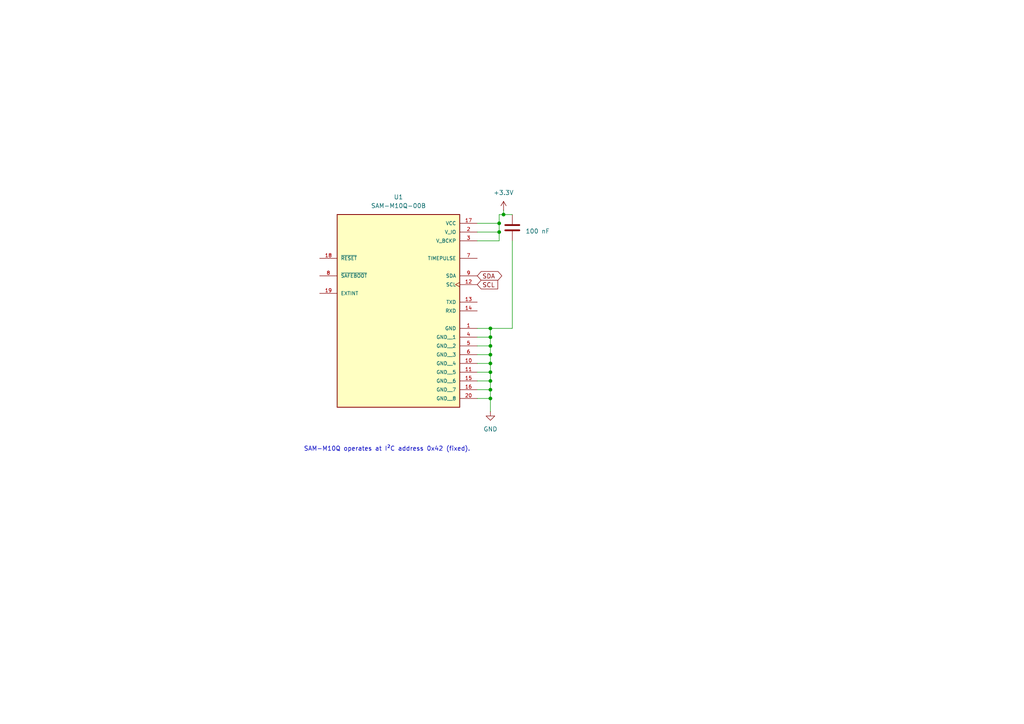
<source format=kicad_sch>
(kicad_sch (version 20250114) (generator "eeschema") (generator_version "9.0")
  (paper "A4")
  (lib_symbols
    (symbol "Device:C" (pin_numbers (hide yes)) (pin_names (offset 0.254))
      (property "Reference" "C" (at 0.635 2.54 0))
      (property "Value" "C" (at 0.635 -2.54 0))
      (symbol "C_0_1"
        (polyline (pts (xy -2.032 0.762) (xy 2.032 0.762)) (stroke (width 0.508)))
        (polyline (pts (xy -2.032 -0.762) (xy 2.032 -0.762)) (stroke (width 0.508)))
      )
      (symbol "C_1_1"
        (pin passive line (at 0 3.81 270) (length 2.794) (name "~") (number "1"))
        (pin passive line (at 0 -3.81 90) (length 2.794) (name "~") (number "2"))
      )
    )
    (symbol "SAM-M10Q-00B:SAM-M10Q-00B" (pin_names (offset 1.016))
      (property "Reference" "U" (at -17.78 18.542 0))
      (property "Value" "SAM-M10Q-00B" (at -17.78 -40.64 0))
      (symbol "SAM-M10Q-00B_0_0"
        (rectangle (start -17.78 -38.1) (end 17.78 17.78) (stroke (width 0.254)) (fill (type background)))
        (pin input line (at -22.86 5.08 0) (length 5.08) (name "~{RESET}") (number "18"))
        (pin input line (at -22.86 0 0) (length 5.08) (name "~{SAFEBOOT}") (number "8"))
        (pin input line (at -22.86 -5.08 0) (length 5.08) (name "EXTINT") (number "19"))
        (pin power_in line (at 22.86 15.24 180) (length 5.08) (name "VCC") (number "17"))
        (pin power_in line (at 22.86 12.7 180) (length 5.08) (name "V_IO") (number "2"))
        (pin power_in line (at 22.86 10.16 180) (length 5.08) (name "V_BCKP") (number "3"))
        (pin output line (at 22.86 5.08 180) (length 5.08) (name "TIMEPULSE") (number "7"))
        (pin bidirectional line (at 22.86 0 180) (length 5.08) (name "SDA") (number "9"))
        (pin input clock (at 22.86 -2.54 180) (length 5.08) (name "SCL") (number "12"))
        (pin output line (at 22.86 -7.62 180) (length 5.08) (name "TXD") (number "13"))
        (pin input line (at 22.86 -10.16 180) (length 5.08) (name "RXD") (number "14"))
        (pin power_in line (at 22.86 -15.24 180) (length 5.08) (name "GND") (number "1"))
        (pin power_in line (at 22.86 -17.78 180) (length 5.08) (name "GND__1") (number "4"))
        (pin power_in line (at 22.86 -20.32 180) (length 5.08) (name "GND__2") (number "5"))
        (pin power_in line (at 22.86 -22.86 180) (length 5.08) (name "GND__3") (number "6"))
        (pin power_in line (at 22.86 -25.4 180) (length 5.08) (name "GND__4") (number "10"))
        (pin power_in line (at 22.86 -27.94 180) (length 5.08) (name "GND__5") (number "11"))
        (pin power_in line (at 22.86 -30.48 180) (length 5.08) (name "GND__6") (number "15"))
        (pin power_in line (at 22.86 -33.02 180) (length 5.08) (name "GND__7") (number "16"))
        (pin power_in line (at 22.86 -35.56 180) (length 5.08) (name "GND__8") (number "20"))
      )
    )
    (symbol "power:+3.3V" (power) (pin_numbers (hide yes)) (pin_names (offset 0) (hide yes))
      (property "Value" "+3.3V" (at 0 3.556 0))
      (symbol "+3.3V_0_1"
        (polyline (pts (xy -0.762 1.27) (xy 0 2.54)))
        (polyline (pts (xy 0 2.54) (xy 0.762 1.27)))
        (polyline (pts (xy 0 0) (xy 0 2.54)))
      )
      (symbol "+3.3V_1_1"
        (pin power_in line (at 0 0 90) (length 0) (name "~") (number "1"))
      )
    )
    (symbol "power:GND" (power) (pin_numbers (hide yes)) (pin_names (offset 0) (hide yes))
      (property "Value" "GND" (at 0 -3.81 0))
      (symbol "GND_0_1"
        (polyline (pts (xy 0 0) (xy 0 -1.27) (xy 1.27 -1.27) (xy 0 -2.54) (xy -1.27 -1.27) (xy 0 -1.27)))
      )
      (symbol "GND_1_1"
        (pin power_in line (at 0 0 270) (length 0) (name "~") (number "1"))
      )
    )
  )
  (text "SAM-M10Q operates at I²C address 0x42 (fixed)." (at 112.268 130.302 0) (effects (font (size 1.27 1.27))))
  (junction (at 142.24 97.79))
  (junction (at 142.24 100.33))
  (junction (at 142.24 113.03))
  (junction (at 142.24 115.57))
  (junction (at 142.24 105.41))
  (junction (at 146.05 62.23))
  (junction (at 142.24 107.95))
  (junction (at 142.24 102.87))
  (junction (at 142.24 95.25))
  (junction (at 144.78 64.77))
  (junction (at 142.24 110.49))
  (junction (at 144.78 67.31))
  (wire (pts (xy 142.24 105.41) (xy 142.24 107.95)))
  (wire (pts (xy 138.43 95.25) (xy 142.24 95.25)))
  (wire (pts (xy 138.43 113.03) (xy 142.24 113.03)))
  (wire (pts (xy 144.78 69.85) (xy 138.43 69.85)))
  (wire (pts (xy 142.24 102.87) (xy 142.24 105.41)))
  (wire (pts (xy 144.78 67.31) (xy 144.78 69.85)))
  (wire (pts (xy 142.24 95.25) (xy 142.24 97.79)))
  (wire (pts (xy 138.43 102.87) (xy 142.24 102.87)))
  (wire (pts (xy 144.78 62.23) (xy 144.78 64.77)))
  (wire (pts (xy 138.43 107.95) (xy 142.24 107.95)))
  (wire (pts (xy 142.24 113.03) (xy 142.24 115.57)))
  (wire (pts (xy 142.24 115.57) (xy 138.43 115.57)))
  (wire (pts (xy 142.24 107.95) (xy 142.24 110.49)))
  (wire (pts (xy 138.43 97.79) (xy 142.24 97.79)))
  (wire (pts (xy 146.05 62.23) (xy 148.59 62.23)))
  (wire (pts (xy 142.24 119.38) (xy 142.24 115.57)))
  (wire (pts (xy 144.78 67.31) (xy 144.78 64.77)))
  (wire (pts (xy 138.43 105.41) (xy 142.24 105.41)))
  (wire (pts (xy 138.43 67.31) (xy 144.78 67.31)))
  (wire (pts (xy 148.59 69.85) (xy 148.59 95.25)))
  (wire (pts (xy 138.43 64.77) (xy 144.78 64.77)))
  (wire (pts (xy 142.24 110.49) (xy 142.24 113.03)))
  (wire (pts (xy 148.59 95.25) (xy 142.24 95.25)))
  (wire (pts (xy 138.43 110.49) (xy 142.24 110.49)))
  (wire (pts (xy 142.24 97.79) (xy 142.24 100.33)))
  (wire (pts (xy 146.05 60.96) (xy 146.05 62.23)))
  (wire (pts (xy 138.43 100.33) (xy 142.24 100.33)))
  (wire (pts (xy 142.24 100.33) (xy 142.24 102.87)))
  (wire (pts (xy 144.78 62.23) (xy 146.05 62.23)))
  (global_label "SCL" (shape input) (at 138.43 82.55 0) (property "Intersheetrefs" "${INTERSHEET_REFS}" (effects (hide yes))))
  (global_label "SDA" (shape bidirectional) (at 138.43 80.01 0) (property "Intersheetrefs" "${INTERSHEET_REFS}" (effects (hide yes))))
  (symbol (lib_id "Device:C") (at 148.59 66.04 0) (unit 1)
    (property "Reference" "C1" (effects (hide yes)))
    (property "Value" "100 nF" (at 152.4 67.056 0) (effects (justify left)))
    (property "Description" "Unpolarized capacitor" (effects (hide yes)))
  )
  (symbol (lib_id "SAM-M10Q-00B:SAM-M10Q-00B") (at 115.57 80.01 0) (unit 1)
    (property "Reference" "U1" (at 115.57 57.15 0))
    (property "Value" "SAM-M10Q-00B" (at 115.57 59.69 0))
    (property "Footprint" "SAM-M10Q-00B:XCVR_SAM-M10Q-00B" (effects (hide yes)))
    (property "PARTREV" "R03" (effects (hide yes)))
    (property "MANUFACTURER" "u-blox" (effects (hide yes)))
    (property "STANDARD" "Manufacturer Recommendations" (effects (hide yes)))
    (property "MAXIMUM_PACKAGE_HEIGHT" "6.8mm" (effects (hide yes)))
    (property "SNAPEDA_PN" "SAM-M10Q-00B" (effects (hide yes)))
  )
  (symbol (lib_id "power:+3.3V") (at 146.05 60.96 0) (unit 1)
    (property "Reference" "#PWR03" (effects (hide yes)))
    (property "Value" "+3.3V" (at 146.05 55.88 0))
    (property "Description" "Power symbol creates a global label with name \"+3.3V\"" (effects (hide yes)))
  )
  (symbol (lib_id "power:GND") (at 142.24 119.38 0) (unit 1)
    (property "Reference" "#PWR02" (effects (hide yes)))
    (property "Value" "GND" (at 142.24 124.46 0))
    (property "Description" "Power symbol creates a global label with name \"GND\" , ground" (effects (hide yes)))
  )
)
</source>
